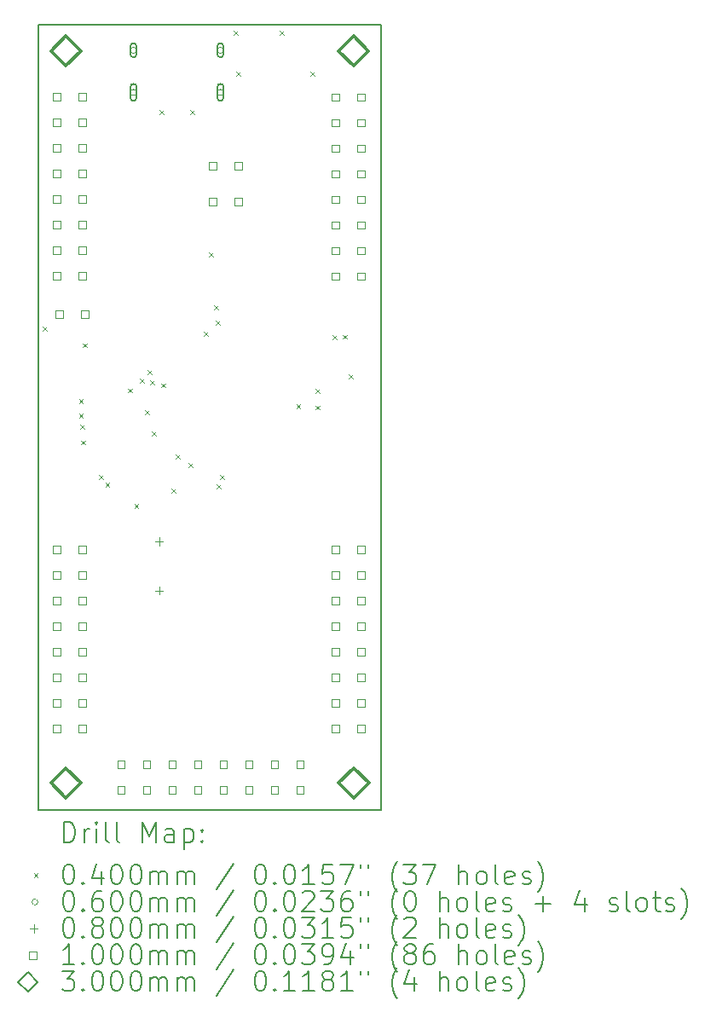
<source format=gbr>
%TF.GenerationSoftware,KiCad,Pcbnew,6.0.11+dfsg-1~bpo11+1*%
%TF.CreationDate,2023-05-10T08:44:11-04:00*%
%TF.ProjectId,proto-stm32f427,70726f74-6f2d-4737-946d-333266343237,rev?*%
%TF.SameCoordinates,Original*%
%TF.FileFunction,Drillmap*%
%TF.FilePolarity,Positive*%
%FSLAX45Y45*%
G04 Gerber Fmt 4.5, Leading zero omitted, Abs format (unit mm)*
G04 Created by KiCad (PCBNEW 6.0.11+dfsg-1~bpo11+1) date 2023-05-10 08:44:11*
%MOMM*%
%LPD*%
G01*
G04 APERTURE LIST*
%ADD10C,0.150000*%
%ADD11C,0.200000*%
%ADD12C,0.040000*%
%ADD13C,0.060000*%
%ADD14C,0.080000*%
%ADD15C,0.100000*%
%ADD16C,0.300000*%
G04 APERTURE END LIST*
D10*
X12470000Y-10790000D02*
X15870000Y-10790000D01*
X15870000Y-10790000D02*
X15870000Y-18590000D01*
X15870000Y-18590000D02*
X12470000Y-18590000D01*
X12470000Y-18590000D02*
X12470000Y-10790000D01*
D11*
D12*
X12510000Y-13790000D02*
X12550000Y-13830000D01*
X12550000Y-13790000D02*
X12510000Y-13830000D01*
X12870000Y-14510000D02*
X12910000Y-14550000D01*
X12910000Y-14510000D02*
X12870000Y-14550000D01*
X12870500Y-14648500D02*
X12910500Y-14688500D01*
X12910500Y-14648500D02*
X12870500Y-14688500D01*
X12883200Y-14762800D02*
X12923200Y-14802800D01*
X12923200Y-14762800D02*
X12883200Y-14802800D01*
X12892132Y-14917061D02*
X12932132Y-14957061D01*
X12932132Y-14917061D02*
X12892132Y-14957061D01*
X12910000Y-13953500D02*
X12950000Y-13993500D01*
X12950000Y-13953500D02*
X12910000Y-13993500D01*
X13066758Y-15259158D02*
X13106758Y-15299158D01*
X13106758Y-15259158D02*
X13066758Y-15299158D01*
X13132700Y-15334270D02*
X13172700Y-15374270D01*
X13172700Y-15334270D02*
X13132700Y-15374270D01*
X13358770Y-14401230D02*
X13398770Y-14441230D01*
X13398770Y-14401230D02*
X13358770Y-14441230D01*
X13420000Y-15550000D02*
X13460000Y-15590000D01*
X13460000Y-15550000D02*
X13420000Y-15590000D01*
X13477400Y-14303894D02*
X13517400Y-14343894D01*
X13517400Y-14303894D02*
X13477400Y-14343894D01*
X13527878Y-14616817D02*
X13567878Y-14656817D01*
X13567878Y-14616817D02*
X13527878Y-14656817D01*
X13549850Y-14222150D02*
X13589850Y-14262150D01*
X13589850Y-14222150D02*
X13549850Y-14262150D01*
X13576871Y-14318378D02*
X13616871Y-14358378D01*
X13616871Y-14318378D02*
X13576871Y-14358378D01*
X13593666Y-14827924D02*
X13633666Y-14867924D01*
X13633666Y-14827924D02*
X13593666Y-14867924D01*
X13670600Y-11638600D02*
X13710600Y-11678600D01*
X13710600Y-11638600D02*
X13670600Y-11678600D01*
X13690000Y-14350000D02*
X13730000Y-14390000D01*
X13730000Y-14350000D02*
X13690000Y-14390000D01*
X13787343Y-15396838D02*
X13827343Y-15436838D01*
X13827343Y-15396838D02*
X13787343Y-15436838D01*
X13830000Y-15060000D02*
X13870000Y-15100000D01*
X13870000Y-15060000D02*
X13830000Y-15100000D01*
X13960000Y-15140000D02*
X14000000Y-15180000D01*
X14000000Y-15140000D02*
X13960000Y-15180000D01*
X13975400Y-11638600D02*
X14015400Y-11678600D01*
X14015400Y-11638600D02*
X13975400Y-11678600D01*
X14111230Y-13841230D02*
X14151230Y-13881230D01*
X14151230Y-13841230D02*
X14111230Y-13881230D01*
X14160000Y-13050000D02*
X14200000Y-13090000D01*
X14200000Y-13050000D02*
X14160000Y-13090000D01*
X14210000Y-13577450D02*
X14250000Y-13617450D01*
X14250000Y-13577450D02*
X14210000Y-13617450D01*
X14230000Y-13730000D02*
X14270000Y-13770000D01*
X14270000Y-13730000D02*
X14230000Y-13770000D01*
X14235841Y-15353953D02*
X14275841Y-15393953D01*
X14275841Y-15353953D02*
X14235841Y-15393953D01*
X14273510Y-15261373D02*
X14313510Y-15301373D01*
X14313510Y-15261373D02*
X14273510Y-15301373D01*
X14407200Y-10851200D02*
X14447200Y-10891200D01*
X14447200Y-10851200D02*
X14407200Y-10891200D01*
X14432600Y-11257600D02*
X14472600Y-11297600D01*
X14472600Y-11257600D02*
X14432600Y-11297600D01*
X14864400Y-10851200D02*
X14904400Y-10891200D01*
X14904400Y-10851200D02*
X14864400Y-10891200D01*
X15030000Y-14560000D02*
X15070000Y-14600000D01*
X15070000Y-14560000D02*
X15030000Y-14600000D01*
X15169200Y-11257600D02*
X15209200Y-11297600D01*
X15209200Y-11257600D02*
X15169200Y-11297600D01*
X15218950Y-14407386D02*
X15258950Y-14447386D01*
X15258950Y-14407386D02*
X15218950Y-14447386D01*
X15220000Y-14570000D02*
X15260000Y-14610000D01*
X15260000Y-14570000D02*
X15220000Y-14610000D01*
X15390300Y-13870432D02*
X15430300Y-13910432D01*
X15430300Y-13870432D02*
X15390300Y-13910432D01*
X15490450Y-13868122D02*
X15530450Y-13908122D01*
X15530450Y-13868122D02*
X15490450Y-13908122D01*
X15550000Y-14260000D02*
X15590000Y-14300000D01*
X15590000Y-14260000D02*
X15550000Y-14300000D01*
D13*
X13441000Y-11043100D02*
G75*
G03*
X13441000Y-11043100I-30000J0D01*
G01*
D11*
X13441000Y-11083100D02*
X13441000Y-11003100D01*
X13381000Y-11083100D02*
X13381000Y-11003100D01*
X13441000Y-11003100D02*
G75*
G03*
X13381000Y-11003100I-30000J0D01*
G01*
X13381000Y-11083100D02*
G75*
G03*
X13441000Y-11083100I30000J0D01*
G01*
D13*
X13441000Y-11461100D02*
G75*
G03*
X13441000Y-11461100I-30000J0D01*
G01*
D11*
X13441000Y-11516100D02*
X13441000Y-11406100D01*
X13381000Y-11516100D02*
X13381000Y-11406100D01*
X13441000Y-11406100D02*
G75*
G03*
X13381000Y-11406100I-30000J0D01*
G01*
X13381000Y-11516100D02*
G75*
G03*
X13441000Y-11516100I30000J0D01*
G01*
D13*
X14305000Y-11043100D02*
G75*
G03*
X14305000Y-11043100I-30000J0D01*
G01*
D11*
X14305000Y-11083100D02*
X14305000Y-11003100D01*
X14245000Y-11083100D02*
X14245000Y-11003100D01*
X14305000Y-11003100D02*
G75*
G03*
X14245000Y-11003100I-30000J0D01*
G01*
X14245000Y-11083100D02*
G75*
G03*
X14305000Y-11083100I30000J0D01*
G01*
D13*
X14305000Y-11461100D02*
G75*
G03*
X14305000Y-11461100I-30000J0D01*
G01*
D11*
X14305000Y-11516100D02*
X14305000Y-11406100D01*
X14245000Y-11516100D02*
X14245000Y-11406100D01*
X14305000Y-11406100D02*
G75*
G03*
X14245000Y-11406100I-30000J0D01*
G01*
X14245000Y-11516100D02*
G75*
G03*
X14305000Y-11516100I30000J0D01*
G01*
D14*
X13665200Y-15880400D02*
X13665200Y-15960400D01*
X13625200Y-15920400D02*
X13705200Y-15920400D01*
X13665200Y-16368400D02*
X13665200Y-16448400D01*
X13625200Y-16408400D02*
X13705200Y-16408400D01*
D15*
X12684056Y-11541556D02*
X12684056Y-11470844D01*
X12613344Y-11470844D01*
X12613344Y-11541556D01*
X12684056Y-11541556D01*
X12684056Y-11795556D02*
X12684056Y-11724844D01*
X12613344Y-11724844D01*
X12613344Y-11795556D01*
X12684056Y-11795556D01*
X12684056Y-12049556D02*
X12684056Y-11978844D01*
X12613344Y-11978844D01*
X12613344Y-12049556D01*
X12684056Y-12049556D01*
X12684056Y-12303556D02*
X12684056Y-12232844D01*
X12613344Y-12232844D01*
X12613344Y-12303556D01*
X12684056Y-12303556D01*
X12684056Y-12557556D02*
X12684056Y-12486844D01*
X12613344Y-12486844D01*
X12613344Y-12557556D01*
X12684056Y-12557556D01*
X12684056Y-12811556D02*
X12684056Y-12740844D01*
X12613344Y-12740844D01*
X12613344Y-12811556D01*
X12684056Y-12811556D01*
X12684056Y-13065556D02*
X12684056Y-12994844D01*
X12613344Y-12994844D01*
X12613344Y-13065556D01*
X12684056Y-13065556D01*
X12684056Y-13319556D02*
X12684056Y-13248844D01*
X12613344Y-13248844D01*
X12613344Y-13319556D01*
X12684056Y-13319556D01*
X12684556Y-16037356D02*
X12684556Y-15966644D01*
X12613844Y-15966644D01*
X12613844Y-16037356D01*
X12684556Y-16037356D01*
X12684556Y-16291356D02*
X12684556Y-16220644D01*
X12613844Y-16220644D01*
X12613844Y-16291356D01*
X12684556Y-16291356D01*
X12684556Y-16545356D02*
X12684556Y-16474644D01*
X12613844Y-16474644D01*
X12613844Y-16545356D01*
X12684556Y-16545356D01*
X12684556Y-16799356D02*
X12684556Y-16728644D01*
X12613844Y-16728644D01*
X12613844Y-16799356D01*
X12684556Y-16799356D01*
X12684556Y-17053356D02*
X12684556Y-16982644D01*
X12613844Y-16982644D01*
X12613844Y-17053356D01*
X12684556Y-17053356D01*
X12684556Y-17307356D02*
X12684556Y-17236644D01*
X12613844Y-17236644D01*
X12613844Y-17307356D01*
X12684556Y-17307356D01*
X12684556Y-17561356D02*
X12684556Y-17490644D01*
X12613844Y-17490644D01*
X12613844Y-17561356D01*
X12684556Y-17561356D01*
X12684556Y-17815356D02*
X12684556Y-17744644D01*
X12613844Y-17744644D01*
X12613844Y-17815356D01*
X12684556Y-17815356D01*
X12709956Y-13700556D02*
X12709956Y-13629844D01*
X12639244Y-13629844D01*
X12639244Y-13700556D01*
X12709956Y-13700556D01*
X12938056Y-11541556D02*
X12938056Y-11470844D01*
X12867344Y-11470844D01*
X12867344Y-11541556D01*
X12938056Y-11541556D01*
X12938056Y-11795556D02*
X12938056Y-11724844D01*
X12867344Y-11724844D01*
X12867344Y-11795556D01*
X12938056Y-11795556D01*
X12938056Y-12049556D02*
X12938056Y-11978844D01*
X12867344Y-11978844D01*
X12867344Y-12049556D01*
X12938056Y-12049556D01*
X12938056Y-12303556D02*
X12938056Y-12232844D01*
X12867344Y-12232844D01*
X12867344Y-12303556D01*
X12938056Y-12303556D01*
X12938056Y-12557556D02*
X12938056Y-12486844D01*
X12867344Y-12486844D01*
X12867344Y-12557556D01*
X12938056Y-12557556D01*
X12938056Y-12811556D02*
X12938056Y-12740844D01*
X12867344Y-12740844D01*
X12867344Y-12811556D01*
X12938056Y-12811556D01*
X12938056Y-13065556D02*
X12938056Y-12994844D01*
X12867344Y-12994844D01*
X12867344Y-13065556D01*
X12938056Y-13065556D01*
X12938056Y-13319556D02*
X12938056Y-13248844D01*
X12867344Y-13248844D01*
X12867344Y-13319556D01*
X12938056Y-13319556D01*
X12938556Y-16037356D02*
X12938556Y-15966644D01*
X12867844Y-15966644D01*
X12867844Y-16037356D01*
X12938556Y-16037356D01*
X12938556Y-16291356D02*
X12938556Y-16220644D01*
X12867844Y-16220644D01*
X12867844Y-16291356D01*
X12938556Y-16291356D01*
X12938556Y-16545356D02*
X12938556Y-16474644D01*
X12867844Y-16474644D01*
X12867844Y-16545356D01*
X12938556Y-16545356D01*
X12938556Y-16799356D02*
X12938556Y-16728644D01*
X12867844Y-16728644D01*
X12867844Y-16799356D01*
X12938556Y-16799356D01*
X12938556Y-17053356D02*
X12938556Y-16982644D01*
X12867844Y-16982644D01*
X12867844Y-17053356D01*
X12938556Y-17053356D01*
X12938556Y-17307356D02*
X12938556Y-17236644D01*
X12867844Y-17236644D01*
X12867844Y-17307356D01*
X12938556Y-17307356D01*
X12938556Y-17561356D02*
X12938556Y-17490644D01*
X12867844Y-17490644D01*
X12867844Y-17561356D01*
X12938556Y-17561356D01*
X12938556Y-17815356D02*
X12938556Y-17744644D01*
X12867844Y-17744644D01*
X12867844Y-17815356D01*
X12938556Y-17815356D01*
X12963956Y-13700556D02*
X12963956Y-13629844D01*
X12893244Y-13629844D01*
X12893244Y-13700556D01*
X12963956Y-13700556D01*
X13321056Y-18170956D02*
X13321056Y-18100244D01*
X13250344Y-18100244D01*
X13250344Y-18170956D01*
X13321056Y-18170956D01*
X13321056Y-18424956D02*
X13321056Y-18354244D01*
X13250344Y-18354244D01*
X13250344Y-18424956D01*
X13321056Y-18424956D01*
X13575056Y-18170956D02*
X13575056Y-18100244D01*
X13504344Y-18100244D01*
X13504344Y-18170956D01*
X13575056Y-18170956D01*
X13575056Y-18424956D02*
X13575056Y-18354244D01*
X13504344Y-18354244D01*
X13504344Y-18424956D01*
X13575056Y-18424956D01*
X13829056Y-18170956D02*
X13829056Y-18100244D01*
X13758344Y-18100244D01*
X13758344Y-18170956D01*
X13829056Y-18170956D01*
X13829056Y-18424956D02*
X13829056Y-18354244D01*
X13758344Y-18354244D01*
X13758344Y-18424956D01*
X13829056Y-18424956D01*
X14083056Y-18170956D02*
X14083056Y-18100244D01*
X14012344Y-18100244D01*
X14012344Y-18170956D01*
X14083056Y-18170956D01*
X14083056Y-18424956D02*
X14083056Y-18354244D01*
X14012344Y-18354244D01*
X14012344Y-18424956D01*
X14083056Y-18424956D01*
X14233456Y-12227356D02*
X14233456Y-12156644D01*
X14162744Y-12156644D01*
X14162744Y-12227356D01*
X14233456Y-12227356D01*
X14233956Y-12582956D02*
X14233956Y-12512244D01*
X14163244Y-12512244D01*
X14163244Y-12582956D01*
X14233956Y-12582956D01*
X14337056Y-18170956D02*
X14337056Y-18100244D01*
X14266344Y-18100244D01*
X14266344Y-18170956D01*
X14337056Y-18170956D01*
X14337056Y-18424956D02*
X14337056Y-18354244D01*
X14266344Y-18354244D01*
X14266344Y-18424956D01*
X14337056Y-18424956D01*
X14487456Y-12227356D02*
X14487456Y-12156644D01*
X14416744Y-12156644D01*
X14416744Y-12227356D01*
X14487456Y-12227356D01*
X14487956Y-12582956D02*
X14487956Y-12512244D01*
X14417244Y-12512244D01*
X14417244Y-12582956D01*
X14487956Y-12582956D01*
X14591056Y-18170956D02*
X14591056Y-18100244D01*
X14520344Y-18100244D01*
X14520344Y-18170956D01*
X14591056Y-18170956D01*
X14591056Y-18424956D02*
X14591056Y-18354244D01*
X14520344Y-18354244D01*
X14520344Y-18424956D01*
X14591056Y-18424956D01*
X14845056Y-18170956D02*
X14845056Y-18100244D01*
X14774344Y-18100244D01*
X14774344Y-18170956D01*
X14845056Y-18170956D01*
X14845056Y-18424956D02*
X14845056Y-18354244D01*
X14774344Y-18354244D01*
X14774344Y-18424956D01*
X14845056Y-18424956D01*
X15099056Y-18170956D02*
X15099056Y-18100244D01*
X15028344Y-18100244D01*
X15028344Y-18170956D01*
X15099056Y-18170956D01*
X15099056Y-18424956D02*
X15099056Y-18354244D01*
X15028344Y-18354244D01*
X15028344Y-18424956D01*
X15099056Y-18424956D01*
X15453156Y-11543056D02*
X15453156Y-11472344D01*
X15382444Y-11472344D01*
X15382444Y-11543056D01*
X15453156Y-11543056D01*
X15453156Y-11797056D02*
X15453156Y-11726344D01*
X15382444Y-11726344D01*
X15382444Y-11797056D01*
X15453156Y-11797056D01*
X15453156Y-12051056D02*
X15453156Y-11980344D01*
X15382444Y-11980344D01*
X15382444Y-12051056D01*
X15453156Y-12051056D01*
X15453156Y-12305056D02*
X15453156Y-12234344D01*
X15382444Y-12234344D01*
X15382444Y-12305056D01*
X15453156Y-12305056D01*
X15453156Y-12559056D02*
X15453156Y-12488344D01*
X15382444Y-12488344D01*
X15382444Y-12559056D01*
X15453156Y-12559056D01*
X15453156Y-12813056D02*
X15453156Y-12742344D01*
X15382444Y-12742344D01*
X15382444Y-12813056D01*
X15453156Y-12813056D01*
X15453156Y-13067056D02*
X15453156Y-12996344D01*
X15382444Y-12996344D01*
X15382444Y-13067056D01*
X15453156Y-13067056D01*
X15453156Y-13321056D02*
X15453156Y-13250344D01*
X15382444Y-13250344D01*
X15382444Y-13321056D01*
X15453156Y-13321056D01*
X15453156Y-16037356D02*
X15453156Y-15966644D01*
X15382444Y-15966644D01*
X15382444Y-16037356D01*
X15453156Y-16037356D01*
X15453156Y-16291356D02*
X15453156Y-16220644D01*
X15382444Y-16220644D01*
X15382444Y-16291356D01*
X15453156Y-16291356D01*
X15453156Y-16545356D02*
X15453156Y-16474644D01*
X15382444Y-16474644D01*
X15382444Y-16545356D01*
X15453156Y-16545356D01*
X15453156Y-16799356D02*
X15453156Y-16728644D01*
X15382444Y-16728644D01*
X15382444Y-16799356D01*
X15453156Y-16799356D01*
X15453156Y-17053356D02*
X15453156Y-16982644D01*
X15382444Y-16982644D01*
X15382444Y-17053356D01*
X15453156Y-17053356D01*
X15453156Y-17307356D02*
X15453156Y-17236644D01*
X15382444Y-17236644D01*
X15382444Y-17307356D01*
X15453156Y-17307356D01*
X15453156Y-17561356D02*
X15453156Y-17490644D01*
X15382444Y-17490644D01*
X15382444Y-17561356D01*
X15453156Y-17561356D01*
X15453156Y-17815356D02*
X15453156Y-17744644D01*
X15382444Y-17744644D01*
X15382444Y-17815356D01*
X15453156Y-17815356D01*
X15707156Y-11543056D02*
X15707156Y-11472344D01*
X15636444Y-11472344D01*
X15636444Y-11543056D01*
X15707156Y-11543056D01*
X15707156Y-11797056D02*
X15707156Y-11726344D01*
X15636444Y-11726344D01*
X15636444Y-11797056D01*
X15707156Y-11797056D01*
X15707156Y-12051056D02*
X15707156Y-11980344D01*
X15636444Y-11980344D01*
X15636444Y-12051056D01*
X15707156Y-12051056D01*
X15707156Y-12305056D02*
X15707156Y-12234344D01*
X15636444Y-12234344D01*
X15636444Y-12305056D01*
X15707156Y-12305056D01*
X15707156Y-12559056D02*
X15707156Y-12488344D01*
X15636444Y-12488344D01*
X15636444Y-12559056D01*
X15707156Y-12559056D01*
X15707156Y-12813056D02*
X15707156Y-12742344D01*
X15636444Y-12742344D01*
X15636444Y-12813056D01*
X15707156Y-12813056D01*
X15707156Y-13067056D02*
X15707156Y-12996344D01*
X15636444Y-12996344D01*
X15636444Y-13067056D01*
X15707156Y-13067056D01*
X15707156Y-13321056D02*
X15707156Y-13250344D01*
X15636444Y-13250344D01*
X15636444Y-13321056D01*
X15707156Y-13321056D01*
X15707156Y-16037356D02*
X15707156Y-15966644D01*
X15636444Y-15966644D01*
X15636444Y-16037356D01*
X15707156Y-16037356D01*
X15707156Y-16291356D02*
X15707156Y-16220644D01*
X15636444Y-16220644D01*
X15636444Y-16291356D01*
X15707156Y-16291356D01*
X15707156Y-16545356D02*
X15707156Y-16474644D01*
X15636444Y-16474644D01*
X15636444Y-16545356D01*
X15707156Y-16545356D01*
X15707156Y-16799356D02*
X15707156Y-16728644D01*
X15636444Y-16728644D01*
X15636444Y-16799356D01*
X15707156Y-16799356D01*
X15707156Y-17053356D02*
X15707156Y-16982644D01*
X15636444Y-16982644D01*
X15636444Y-17053356D01*
X15707156Y-17053356D01*
X15707156Y-17307356D02*
X15707156Y-17236644D01*
X15636444Y-17236644D01*
X15636444Y-17307356D01*
X15707156Y-17307356D01*
X15707156Y-17561356D02*
X15707156Y-17490644D01*
X15636444Y-17490644D01*
X15636444Y-17561356D01*
X15707156Y-17561356D01*
X15707156Y-17815356D02*
X15707156Y-17744644D01*
X15636444Y-17744644D01*
X15636444Y-17815356D01*
X15707156Y-17815356D01*
D16*
X12740000Y-11199000D02*
X12890000Y-11049000D01*
X12740000Y-10899000D01*
X12590000Y-11049000D01*
X12740000Y-11199000D01*
X12740000Y-18470000D02*
X12890000Y-18320000D01*
X12740000Y-18170000D01*
X12590000Y-18320000D01*
X12740000Y-18470000D01*
X15595600Y-11199000D02*
X15745600Y-11049000D01*
X15595600Y-10899000D01*
X15445600Y-11049000D01*
X15595600Y-11199000D01*
X15600000Y-18470000D02*
X15750000Y-18320000D01*
X15600000Y-18170000D01*
X15450000Y-18320000D01*
X15600000Y-18470000D01*
D11*
X12720119Y-18907976D02*
X12720119Y-18707976D01*
X12767738Y-18707976D01*
X12796309Y-18717500D01*
X12815357Y-18736548D01*
X12824881Y-18755595D01*
X12834405Y-18793690D01*
X12834405Y-18822262D01*
X12824881Y-18860357D01*
X12815357Y-18879405D01*
X12796309Y-18898452D01*
X12767738Y-18907976D01*
X12720119Y-18907976D01*
X12920119Y-18907976D02*
X12920119Y-18774643D01*
X12920119Y-18812738D02*
X12929643Y-18793690D01*
X12939167Y-18784167D01*
X12958214Y-18774643D01*
X12977262Y-18774643D01*
X13043928Y-18907976D02*
X13043928Y-18774643D01*
X13043928Y-18707976D02*
X13034405Y-18717500D01*
X13043928Y-18727024D01*
X13053452Y-18717500D01*
X13043928Y-18707976D01*
X13043928Y-18727024D01*
X13167738Y-18907976D02*
X13148690Y-18898452D01*
X13139167Y-18879405D01*
X13139167Y-18707976D01*
X13272500Y-18907976D02*
X13253452Y-18898452D01*
X13243928Y-18879405D01*
X13243928Y-18707976D01*
X13501071Y-18907976D02*
X13501071Y-18707976D01*
X13567738Y-18850833D01*
X13634405Y-18707976D01*
X13634405Y-18907976D01*
X13815357Y-18907976D02*
X13815357Y-18803214D01*
X13805833Y-18784167D01*
X13786786Y-18774643D01*
X13748690Y-18774643D01*
X13729643Y-18784167D01*
X13815357Y-18898452D02*
X13796309Y-18907976D01*
X13748690Y-18907976D01*
X13729643Y-18898452D01*
X13720119Y-18879405D01*
X13720119Y-18860357D01*
X13729643Y-18841310D01*
X13748690Y-18831786D01*
X13796309Y-18831786D01*
X13815357Y-18822262D01*
X13910595Y-18774643D02*
X13910595Y-18974643D01*
X13910595Y-18784167D02*
X13929643Y-18774643D01*
X13967738Y-18774643D01*
X13986786Y-18784167D01*
X13996309Y-18793690D01*
X14005833Y-18812738D01*
X14005833Y-18869881D01*
X13996309Y-18888929D01*
X13986786Y-18898452D01*
X13967738Y-18907976D01*
X13929643Y-18907976D01*
X13910595Y-18898452D01*
X14091548Y-18888929D02*
X14101071Y-18898452D01*
X14091548Y-18907976D01*
X14082024Y-18898452D01*
X14091548Y-18888929D01*
X14091548Y-18907976D01*
X14091548Y-18784167D02*
X14101071Y-18793690D01*
X14091548Y-18803214D01*
X14082024Y-18793690D01*
X14091548Y-18784167D01*
X14091548Y-18803214D01*
D12*
X12422500Y-19217500D02*
X12462500Y-19257500D01*
X12462500Y-19217500D02*
X12422500Y-19257500D01*
D11*
X12758214Y-19127976D02*
X12777262Y-19127976D01*
X12796309Y-19137500D01*
X12805833Y-19147024D01*
X12815357Y-19166071D01*
X12824881Y-19204167D01*
X12824881Y-19251786D01*
X12815357Y-19289881D01*
X12805833Y-19308929D01*
X12796309Y-19318452D01*
X12777262Y-19327976D01*
X12758214Y-19327976D01*
X12739167Y-19318452D01*
X12729643Y-19308929D01*
X12720119Y-19289881D01*
X12710595Y-19251786D01*
X12710595Y-19204167D01*
X12720119Y-19166071D01*
X12729643Y-19147024D01*
X12739167Y-19137500D01*
X12758214Y-19127976D01*
X12910595Y-19308929D02*
X12920119Y-19318452D01*
X12910595Y-19327976D01*
X12901071Y-19318452D01*
X12910595Y-19308929D01*
X12910595Y-19327976D01*
X13091548Y-19194643D02*
X13091548Y-19327976D01*
X13043928Y-19118452D02*
X12996309Y-19261310D01*
X13120119Y-19261310D01*
X13234405Y-19127976D02*
X13253452Y-19127976D01*
X13272500Y-19137500D01*
X13282024Y-19147024D01*
X13291548Y-19166071D01*
X13301071Y-19204167D01*
X13301071Y-19251786D01*
X13291548Y-19289881D01*
X13282024Y-19308929D01*
X13272500Y-19318452D01*
X13253452Y-19327976D01*
X13234405Y-19327976D01*
X13215357Y-19318452D01*
X13205833Y-19308929D01*
X13196309Y-19289881D01*
X13186786Y-19251786D01*
X13186786Y-19204167D01*
X13196309Y-19166071D01*
X13205833Y-19147024D01*
X13215357Y-19137500D01*
X13234405Y-19127976D01*
X13424881Y-19127976D02*
X13443928Y-19127976D01*
X13462976Y-19137500D01*
X13472500Y-19147024D01*
X13482024Y-19166071D01*
X13491548Y-19204167D01*
X13491548Y-19251786D01*
X13482024Y-19289881D01*
X13472500Y-19308929D01*
X13462976Y-19318452D01*
X13443928Y-19327976D01*
X13424881Y-19327976D01*
X13405833Y-19318452D01*
X13396309Y-19308929D01*
X13386786Y-19289881D01*
X13377262Y-19251786D01*
X13377262Y-19204167D01*
X13386786Y-19166071D01*
X13396309Y-19147024D01*
X13405833Y-19137500D01*
X13424881Y-19127976D01*
X13577262Y-19327976D02*
X13577262Y-19194643D01*
X13577262Y-19213690D02*
X13586786Y-19204167D01*
X13605833Y-19194643D01*
X13634405Y-19194643D01*
X13653452Y-19204167D01*
X13662976Y-19223214D01*
X13662976Y-19327976D01*
X13662976Y-19223214D02*
X13672500Y-19204167D01*
X13691548Y-19194643D01*
X13720119Y-19194643D01*
X13739167Y-19204167D01*
X13748690Y-19223214D01*
X13748690Y-19327976D01*
X13843928Y-19327976D02*
X13843928Y-19194643D01*
X13843928Y-19213690D02*
X13853452Y-19204167D01*
X13872500Y-19194643D01*
X13901071Y-19194643D01*
X13920119Y-19204167D01*
X13929643Y-19223214D01*
X13929643Y-19327976D01*
X13929643Y-19223214D02*
X13939167Y-19204167D01*
X13958214Y-19194643D01*
X13986786Y-19194643D01*
X14005833Y-19204167D01*
X14015357Y-19223214D01*
X14015357Y-19327976D01*
X14405833Y-19118452D02*
X14234405Y-19375595D01*
X14662976Y-19127976D02*
X14682024Y-19127976D01*
X14701071Y-19137500D01*
X14710595Y-19147024D01*
X14720119Y-19166071D01*
X14729643Y-19204167D01*
X14729643Y-19251786D01*
X14720119Y-19289881D01*
X14710595Y-19308929D01*
X14701071Y-19318452D01*
X14682024Y-19327976D01*
X14662976Y-19327976D01*
X14643928Y-19318452D01*
X14634405Y-19308929D01*
X14624881Y-19289881D01*
X14615357Y-19251786D01*
X14615357Y-19204167D01*
X14624881Y-19166071D01*
X14634405Y-19147024D01*
X14643928Y-19137500D01*
X14662976Y-19127976D01*
X14815357Y-19308929D02*
X14824881Y-19318452D01*
X14815357Y-19327976D01*
X14805833Y-19318452D01*
X14815357Y-19308929D01*
X14815357Y-19327976D01*
X14948690Y-19127976D02*
X14967738Y-19127976D01*
X14986786Y-19137500D01*
X14996309Y-19147024D01*
X15005833Y-19166071D01*
X15015357Y-19204167D01*
X15015357Y-19251786D01*
X15005833Y-19289881D01*
X14996309Y-19308929D01*
X14986786Y-19318452D01*
X14967738Y-19327976D01*
X14948690Y-19327976D01*
X14929643Y-19318452D01*
X14920119Y-19308929D01*
X14910595Y-19289881D01*
X14901071Y-19251786D01*
X14901071Y-19204167D01*
X14910595Y-19166071D01*
X14920119Y-19147024D01*
X14929643Y-19137500D01*
X14948690Y-19127976D01*
X15205833Y-19327976D02*
X15091548Y-19327976D01*
X15148690Y-19327976D02*
X15148690Y-19127976D01*
X15129643Y-19156548D01*
X15110595Y-19175595D01*
X15091548Y-19185119D01*
X15386786Y-19127976D02*
X15291548Y-19127976D01*
X15282024Y-19223214D01*
X15291548Y-19213690D01*
X15310595Y-19204167D01*
X15358214Y-19204167D01*
X15377262Y-19213690D01*
X15386786Y-19223214D01*
X15396309Y-19242262D01*
X15396309Y-19289881D01*
X15386786Y-19308929D01*
X15377262Y-19318452D01*
X15358214Y-19327976D01*
X15310595Y-19327976D01*
X15291548Y-19318452D01*
X15282024Y-19308929D01*
X15462976Y-19127976D02*
X15596309Y-19127976D01*
X15510595Y-19327976D01*
X15662976Y-19127976D02*
X15662976Y-19166071D01*
X15739167Y-19127976D02*
X15739167Y-19166071D01*
X16034405Y-19404167D02*
X16024881Y-19394643D01*
X16005833Y-19366071D01*
X15996309Y-19347024D01*
X15986786Y-19318452D01*
X15977262Y-19270833D01*
X15977262Y-19232738D01*
X15986786Y-19185119D01*
X15996309Y-19156548D01*
X16005833Y-19137500D01*
X16024881Y-19108929D01*
X16034405Y-19099405D01*
X16091548Y-19127976D02*
X16215357Y-19127976D01*
X16148690Y-19204167D01*
X16177262Y-19204167D01*
X16196309Y-19213690D01*
X16205833Y-19223214D01*
X16215357Y-19242262D01*
X16215357Y-19289881D01*
X16205833Y-19308929D01*
X16196309Y-19318452D01*
X16177262Y-19327976D01*
X16120119Y-19327976D01*
X16101071Y-19318452D01*
X16091548Y-19308929D01*
X16282024Y-19127976D02*
X16415357Y-19127976D01*
X16329643Y-19327976D01*
X16643928Y-19327976D02*
X16643928Y-19127976D01*
X16729643Y-19327976D02*
X16729643Y-19223214D01*
X16720119Y-19204167D01*
X16701071Y-19194643D01*
X16672500Y-19194643D01*
X16653452Y-19204167D01*
X16643928Y-19213690D01*
X16853452Y-19327976D02*
X16834405Y-19318452D01*
X16824881Y-19308929D01*
X16815357Y-19289881D01*
X16815357Y-19232738D01*
X16824881Y-19213690D01*
X16834405Y-19204167D01*
X16853452Y-19194643D01*
X16882024Y-19194643D01*
X16901071Y-19204167D01*
X16910595Y-19213690D01*
X16920119Y-19232738D01*
X16920119Y-19289881D01*
X16910595Y-19308929D01*
X16901071Y-19318452D01*
X16882024Y-19327976D01*
X16853452Y-19327976D01*
X17034405Y-19327976D02*
X17015357Y-19318452D01*
X17005833Y-19299405D01*
X17005833Y-19127976D01*
X17186786Y-19318452D02*
X17167738Y-19327976D01*
X17129643Y-19327976D01*
X17110595Y-19318452D01*
X17101071Y-19299405D01*
X17101071Y-19223214D01*
X17110595Y-19204167D01*
X17129643Y-19194643D01*
X17167738Y-19194643D01*
X17186786Y-19204167D01*
X17196310Y-19223214D01*
X17196310Y-19242262D01*
X17101071Y-19261310D01*
X17272500Y-19318452D02*
X17291548Y-19327976D01*
X17329643Y-19327976D01*
X17348690Y-19318452D01*
X17358214Y-19299405D01*
X17358214Y-19289881D01*
X17348690Y-19270833D01*
X17329643Y-19261310D01*
X17301071Y-19261310D01*
X17282024Y-19251786D01*
X17272500Y-19232738D01*
X17272500Y-19223214D01*
X17282024Y-19204167D01*
X17301071Y-19194643D01*
X17329643Y-19194643D01*
X17348690Y-19204167D01*
X17424881Y-19404167D02*
X17434405Y-19394643D01*
X17453452Y-19366071D01*
X17462976Y-19347024D01*
X17472500Y-19318452D01*
X17482024Y-19270833D01*
X17482024Y-19232738D01*
X17472500Y-19185119D01*
X17462976Y-19156548D01*
X17453452Y-19137500D01*
X17434405Y-19108929D01*
X17424881Y-19099405D01*
D13*
X12462500Y-19501500D02*
G75*
G03*
X12462500Y-19501500I-30000J0D01*
G01*
D11*
X12758214Y-19391976D02*
X12777262Y-19391976D01*
X12796309Y-19401500D01*
X12805833Y-19411024D01*
X12815357Y-19430071D01*
X12824881Y-19468167D01*
X12824881Y-19515786D01*
X12815357Y-19553881D01*
X12805833Y-19572929D01*
X12796309Y-19582452D01*
X12777262Y-19591976D01*
X12758214Y-19591976D01*
X12739167Y-19582452D01*
X12729643Y-19572929D01*
X12720119Y-19553881D01*
X12710595Y-19515786D01*
X12710595Y-19468167D01*
X12720119Y-19430071D01*
X12729643Y-19411024D01*
X12739167Y-19401500D01*
X12758214Y-19391976D01*
X12910595Y-19572929D02*
X12920119Y-19582452D01*
X12910595Y-19591976D01*
X12901071Y-19582452D01*
X12910595Y-19572929D01*
X12910595Y-19591976D01*
X13091548Y-19391976D02*
X13053452Y-19391976D01*
X13034405Y-19401500D01*
X13024881Y-19411024D01*
X13005833Y-19439595D01*
X12996309Y-19477690D01*
X12996309Y-19553881D01*
X13005833Y-19572929D01*
X13015357Y-19582452D01*
X13034405Y-19591976D01*
X13072500Y-19591976D01*
X13091548Y-19582452D01*
X13101071Y-19572929D01*
X13110595Y-19553881D01*
X13110595Y-19506262D01*
X13101071Y-19487214D01*
X13091548Y-19477690D01*
X13072500Y-19468167D01*
X13034405Y-19468167D01*
X13015357Y-19477690D01*
X13005833Y-19487214D01*
X12996309Y-19506262D01*
X13234405Y-19391976D02*
X13253452Y-19391976D01*
X13272500Y-19401500D01*
X13282024Y-19411024D01*
X13291548Y-19430071D01*
X13301071Y-19468167D01*
X13301071Y-19515786D01*
X13291548Y-19553881D01*
X13282024Y-19572929D01*
X13272500Y-19582452D01*
X13253452Y-19591976D01*
X13234405Y-19591976D01*
X13215357Y-19582452D01*
X13205833Y-19572929D01*
X13196309Y-19553881D01*
X13186786Y-19515786D01*
X13186786Y-19468167D01*
X13196309Y-19430071D01*
X13205833Y-19411024D01*
X13215357Y-19401500D01*
X13234405Y-19391976D01*
X13424881Y-19391976D02*
X13443928Y-19391976D01*
X13462976Y-19401500D01*
X13472500Y-19411024D01*
X13482024Y-19430071D01*
X13491548Y-19468167D01*
X13491548Y-19515786D01*
X13482024Y-19553881D01*
X13472500Y-19572929D01*
X13462976Y-19582452D01*
X13443928Y-19591976D01*
X13424881Y-19591976D01*
X13405833Y-19582452D01*
X13396309Y-19572929D01*
X13386786Y-19553881D01*
X13377262Y-19515786D01*
X13377262Y-19468167D01*
X13386786Y-19430071D01*
X13396309Y-19411024D01*
X13405833Y-19401500D01*
X13424881Y-19391976D01*
X13577262Y-19591976D02*
X13577262Y-19458643D01*
X13577262Y-19477690D02*
X13586786Y-19468167D01*
X13605833Y-19458643D01*
X13634405Y-19458643D01*
X13653452Y-19468167D01*
X13662976Y-19487214D01*
X13662976Y-19591976D01*
X13662976Y-19487214D02*
X13672500Y-19468167D01*
X13691548Y-19458643D01*
X13720119Y-19458643D01*
X13739167Y-19468167D01*
X13748690Y-19487214D01*
X13748690Y-19591976D01*
X13843928Y-19591976D02*
X13843928Y-19458643D01*
X13843928Y-19477690D02*
X13853452Y-19468167D01*
X13872500Y-19458643D01*
X13901071Y-19458643D01*
X13920119Y-19468167D01*
X13929643Y-19487214D01*
X13929643Y-19591976D01*
X13929643Y-19487214D02*
X13939167Y-19468167D01*
X13958214Y-19458643D01*
X13986786Y-19458643D01*
X14005833Y-19468167D01*
X14015357Y-19487214D01*
X14015357Y-19591976D01*
X14405833Y-19382452D02*
X14234405Y-19639595D01*
X14662976Y-19391976D02*
X14682024Y-19391976D01*
X14701071Y-19401500D01*
X14710595Y-19411024D01*
X14720119Y-19430071D01*
X14729643Y-19468167D01*
X14729643Y-19515786D01*
X14720119Y-19553881D01*
X14710595Y-19572929D01*
X14701071Y-19582452D01*
X14682024Y-19591976D01*
X14662976Y-19591976D01*
X14643928Y-19582452D01*
X14634405Y-19572929D01*
X14624881Y-19553881D01*
X14615357Y-19515786D01*
X14615357Y-19468167D01*
X14624881Y-19430071D01*
X14634405Y-19411024D01*
X14643928Y-19401500D01*
X14662976Y-19391976D01*
X14815357Y-19572929D02*
X14824881Y-19582452D01*
X14815357Y-19591976D01*
X14805833Y-19582452D01*
X14815357Y-19572929D01*
X14815357Y-19591976D01*
X14948690Y-19391976D02*
X14967738Y-19391976D01*
X14986786Y-19401500D01*
X14996309Y-19411024D01*
X15005833Y-19430071D01*
X15015357Y-19468167D01*
X15015357Y-19515786D01*
X15005833Y-19553881D01*
X14996309Y-19572929D01*
X14986786Y-19582452D01*
X14967738Y-19591976D01*
X14948690Y-19591976D01*
X14929643Y-19582452D01*
X14920119Y-19572929D01*
X14910595Y-19553881D01*
X14901071Y-19515786D01*
X14901071Y-19468167D01*
X14910595Y-19430071D01*
X14920119Y-19411024D01*
X14929643Y-19401500D01*
X14948690Y-19391976D01*
X15091548Y-19411024D02*
X15101071Y-19401500D01*
X15120119Y-19391976D01*
X15167738Y-19391976D01*
X15186786Y-19401500D01*
X15196309Y-19411024D01*
X15205833Y-19430071D01*
X15205833Y-19449119D01*
X15196309Y-19477690D01*
X15082024Y-19591976D01*
X15205833Y-19591976D01*
X15272500Y-19391976D02*
X15396309Y-19391976D01*
X15329643Y-19468167D01*
X15358214Y-19468167D01*
X15377262Y-19477690D01*
X15386786Y-19487214D01*
X15396309Y-19506262D01*
X15396309Y-19553881D01*
X15386786Y-19572929D01*
X15377262Y-19582452D01*
X15358214Y-19591976D01*
X15301071Y-19591976D01*
X15282024Y-19582452D01*
X15272500Y-19572929D01*
X15567738Y-19391976D02*
X15529643Y-19391976D01*
X15510595Y-19401500D01*
X15501071Y-19411024D01*
X15482024Y-19439595D01*
X15472500Y-19477690D01*
X15472500Y-19553881D01*
X15482024Y-19572929D01*
X15491548Y-19582452D01*
X15510595Y-19591976D01*
X15548690Y-19591976D01*
X15567738Y-19582452D01*
X15577262Y-19572929D01*
X15586786Y-19553881D01*
X15586786Y-19506262D01*
X15577262Y-19487214D01*
X15567738Y-19477690D01*
X15548690Y-19468167D01*
X15510595Y-19468167D01*
X15491548Y-19477690D01*
X15482024Y-19487214D01*
X15472500Y-19506262D01*
X15662976Y-19391976D02*
X15662976Y-19430071D01*
X15739167Y-19391976D02*
X15739167Y-19430071D01*
X16034405Y-19668167D02*
X16024881Y-19658643D01*
X16005833Y-19630071D01*
X15996309Y-19611024D01*
X15986786Y-19582452D01*
X15977262Y-19534833D01*
X15977262Y-19496738D01*
X15986786Y-19449119D01*
X15996309Y-19420548D01*
X16005833Y-19401500D01*
X16024881Y-19372929D01*
X16034405Y-19363405D01*
X16148690Y-19391976D02*
X16167738Y-19391976D01*
X16186786Y-19401500D01*
X16196309Y-19411024D01*
X16205833Y-19430071D01*
X16215357Y-19468167D01*
X16215357Y-19515786D01*
X16205833Y-19553881D01*
X16196309Y-19572929D01*
X16186786Y-19582452D01*
X16167738Y-19591976D01*
X16148690Y-19591976D01*
X16129643Y-19582452D01*
X16120119Y-19572929D01*
X16110595Y-19553881D01*
X16101071Y-19515786D01*
X16101071Y-19468167D01*
X16110595Y-19430071D01*
X16120119Y-19411024D01*
X16129643Y-19401500D01*
X16148690Y-19391976D01*
X16453452Y-19591976D02*
X16453452Y-19391976D01*
X16539167Y-19591976D02*
X16539167Y-19487214D01*
X16529643Y-19468167D01*
X16510595Y-19458643D01*
X16482024Y-19458643D01*
X16462976Y-19468167D01*
X16453452Y-19477690D01*
X16662976Y-19591976D02*
X16643928Y-19582452D01*
X16634405Y-19572929D01*
X16624881Y-19553881D01*
X16624881Y-19496738D01*
X16634405Y-19477690D01*
X16643928Y-19468167D01*
X16662976Y-19458643D01*
X16691548Y-19458643D01*
X16710595Y-19468167D01*
X16720119Y-19477690D01*
X16729643Y-19496738D01*
X16729643Y-19553881D01*
X16720119Y-19572929D01*
X16710595Y-19582452D01*
X16691548Y-19591976D01*
X16662976Y-19591976D01*
X16843929Y-19591976D02*
X16824881Y-19582452D01*
X16815357Y-19563405D01*
X16815357Y-19391976D01*
X16996310Y-19582452D02*
X16977262Y-19591976D01*
X16939167Y-19591976D01*
X16920119Y-19582452D01*
X16910595Y-19563405D01*
X16910595Y-19487214D01*
X16920119Y-19468167D01*
X16939167Y-19458643D01*
X16977262Y-19458643D01*
X16996310Y-19468167D01*
X17005833Y-19487214D01*
X17005833Y-19506262D01*
X16910595Y-19525310D01*
X17082024Y-19582452D02*
X17101071Y-19591976D01*
X17139167Y-19591976D01*
X17158214Y-19582452D01*
X17167738Y-19563405D01*
X17167738Y-19553881D01*
X17158214Y-19534833D01*
X17139167Y-19525310D01*
X17110595Y-19525310D01*
X17091548Y-19515786D01*
X17082024Y-19496738D01*
X17082024Y-19487214D01*
X17091548Y-19468167D01*
X17110595Y-19458643D01*
X17139167Y-19458643D01*
X17158214Y-19468167D01*
X17405833Y-19515786D02*
X17558214Y-19515786D01*
X17482024Y-19591976D02*
X17482024Y-19439595D01*
X17891548Y-19458643D02*
X17891548Y-19591976D01*
X17843929Y-19382452D02*
X17796310Y-19525310D01*
X17920119Y-19525310D01*
X18139167Y-19582452D02*
X18158214Y-19591976D01*
X18196310Y-19591976D01*
X18215357Y-19582452D01*
X18224881Y-19563405D01*
X18224881Y-19553881D01*
X18215357Y-19534833D01*
X18196310Y-19525310D01*
X18167738Y-19525310D01*
X18148690Y-19515786D01*
X18139167Y-19496738D01*
X18139167Y-19487214D01*
X18148690Y-19468167D01*
X18167738Y-19458643D01*
X18196310Y-19458643D01*
X18215357Y-19468167D01*
X18339167Y-19591976D02*
X18320119Y-19582452D01*
X18310595Y-19563405D01*
X18310595Y-19391976D01*
X18443929Y-19591976D02*
X18424881Y-19582452D01*
X18415357Y-19572929D01*
X18405833Y-19553881D01*
X18405833Y-19496738D01*
X18415357Y-19477690D01*
X18424881Y-19468167D01*
X18443929Y-19458643D01*
X18472500Y-19458643D01*
X18491548Y-19468167D01*
X18501071Y-19477690D01*
X18510595Y-19496738D01*
X18510595Y-19553881D01*
X18501071Y-19572929D01*
X18491548Y-19582452D01*
X18472500Y-19591976D01*
X18443929Y-19591976D01*
X18567738Y-19458643D02*
X18643929Y-19458643D01*
X18596310Y-19391976D02*
X18596310Y-19563405D01*
X18605833Y-19582452D01*
X18624881Y-19591976D01*
X18643929Y-19591976D01*
X18701071Y-19582452D02*
X18720119Y-19591976D01*
X18758214Y-19591976D01*
X18777262Y-19582452D01*
X18786786Y-19563405D01*
X18786786Y-19553881D01*
X18777262Y-19534833D01*
X18758214Y-19525310D01*
X18729643Y-19525310D01*
X18710595Y-19515786D01*
X18701071Y-19496738D01*
X18701071Y-19487214D01*
X18710595Y-19468167D01*
X18729643Y-19458643D01*
X18758214Y-19458643D01*
X18777262Y-19468167D01*
X18853452Y-19668167D02*
X18862976Y-19658643D01*
X18882024Y-19630071D01*
X18891548Y-19611024D01*
X18901071Y-19582452D01*
X18910595Y-19534833D01*
X18910595Y-19496738D01*
X18901071Y-19449119D01*
X18891548Y-19420548D01*
X18882024Y-19401500D01*
X18862976Y-19372929D01*
X18853452Y-19363405D01*
D14*
X12422500Y-19725500D02*
X12422500Y-19805500D01*
X12382500Y-19765500D02*
X12462500Y-19765500D01*
D11*
X12758214Y-19655976D02*
X12777262Y-19655976D01*
X12796309Y-19665500D01*
X12805833Y-19675024D01*
X12815357Y-19694071D01*
X12824881Y-19732167D01*
X12824881Y-19779786D01*
X12815357Y-19817881D01*
X12805833Y-19836929D01*
X12796309Y-19846452D01*
X12777262Y-19855976D01*
X12758214Y-19855976D01*
X12739167Y-19846452D01*
X12729643Y-19836929D01*
X12720119Y-19817881D01*
X12710595Y-19779786D01*
X12710595Y-19732167D01*
X12720119Y-19694071D01*
X12729643Y-19675024D01*
X12739167Y-19665500D01*
X12758214Y-19655976D01*
X12910595Y-19836929D02*
X12920119Y-19846452D01*
X12910595Y-19855976D01*
X12901071Y-19846452D01*
X12910595Y-19836929D01*
X12910595Y-19855976D01*
X13034405Y-19741690D02*
X13015357Y-19732167D01*
X13005833Y-19722643D01*
X12996309Y-19703595D01*
X12996309Y-19694071D01*
X13005833Y-19675024D01*
X13015357Y-19665500D01*
X13034405Y-19655976D01*
X13072500Y-19655976D01*
X13091548Y-19665500D01*
X13101071Y-19675024D01*
X13110595Y-19694071D01*
X13110595Y-19703595D01*
X13101071Y-19722643D01*
X13091548Y-19732167D01*
X13072500Y-19741690D01*
X13034405Y-19741690D01*
X13015357Y-19751214D01*
X13005833Y-19760738D01*
X12996309Y-19779786D01*
X12996309Y-19817881D01*
X13005833Y-19836929D01*
X13015357Y-19846452D01*
X13034405Y-19855976D01*
X13072500Y-19855976D01*
X13091548Y-19846452D01*
X13101071Y-19836929D01*
X13110595Y-19817881D01*
X13110595Y-19779786D01*
X13101071Y-19760738D01*
X13091548Y-19751214D01*
X13072500Y-19741690D01*
X13234405Y-19655976D02*
X13253452Y-19655976D01*
X13272500Y-19665500D01*
X13282024Y-19675024D01*
X13291548Y-19694071D01*
X13301071Y-19732167D01*
X13301071Y-19779786D01*
X13291548Y-19817881D01*
X13282024Y-19836929D01*
X13272500Y-19846452D01*
X13253452Y-19855976D01*
X13234405Y-19855976D01*
X13215357Y-19846452D01*
X13205833Y-19836929D01*
X13196309Y-19817881D01*
X13186786Y-19779786D01*
X13186786Y-19732167D01*
X13196309Y-19694071D01*
X13205833Y-19675024D01*
X13215357Y-19665500D01*
X13234405Y-19655976D01*
X13424881Y-19655976D02*
X13443928Y-19655976D01*
X13462976Y-19665500D01*
X13472500Y-19675024D01*
X13482024Y-19694071D01*
X13491548Y-19732167D01*
X13491548Y-19779786D01*
X13482024Y-19817881D01*
X13472500Y-19836929D01*
X13462976Y-19846452D01*
X13443928Y-19855976D01*
X13424881Y-19855976D01*
X13405833Y-19846452D01*
X13396309Y-19836929D01*
X13386786Y-19817881D01*
X13377262Y-19779786D01*
X13377262Y-19732167D01*
X13386786Y-19694071D01*
X13396309Y-19675024D01*
X13405833Y-19665500D01*
X13424881Y-19655976D01*
X13577262Y-19855976D02*
X13577262Y-19722643D01*
X13577262Y-19741690D02*
X13586786Y-19732167D01*
X13605833Y-19722643D01*
X13634405Y-19722643D01*
X13653452Y-19732167D01*
X13662976Y-19751214D01*
X13662976Y-19855976D01*
X13662976Y-19751214D02*
X13672500Y-19732167D01*
X13691548Y-19722643D01*
X13720119Y-19722643D01*
X13739167Y-19732167D01*
X13748690Y-19751214D01*
X13748690Y-19855976D01*
X13843928Y-19855976D02*
X13843928Y-19722643D01*
X13843928Y-19741690D02*
X13853452Y-19732167D01*
X13872500Y-19722643D01*
X13901071Y-19722643D01*
X13920119Y-19732167D01*
X13929643Y-19751214D01*
X13929643Y-19855976D01*
X13929643Y-19751214D02*
X13939167Y-19732167D01*
X13958214Y-19722643D01*
X13986786Y-19722643D01*
X14005833Y-19732167D01*
X14015357Y-19751214D01*
X14015357Y-19855976D01*
X14405833Y-19646452D02*
X14234405Y-19903595D01*
X14662976Y-19655976D02*
X14682024Y-19655976D01*
X14701071Y-19665500D01*
X14710595Y-19675024D01*
X14720119Y-19694071D01*
X14729643Y-19732167D01*
X14729643Y-19779786D01*
X14720119Y-19817881D01*
X14710595Y-19836929D01*
X14701071Y-19846452D01*
X14682024Y-19855976D01*
X14662976Y-19855976D01*
X14643928Y-19846452D01*
X14634405Y-19836929D01*
X14624881Y-19817881D01*
X14615357Y-19779786D01*
X14615357Y-19732167D01*
X14624881Y-19694071D01*
X14634405Y-19675024D01*
X14643928Y-19665500D01*
X14662976Y-19655976D01*
X14815357Y-19836929D02*
X14824881Y-19846452D01*
X14815357Y-19855976D01*
X14805833Y-19846452D01*
X14815357Y-19836929D01*
X14815357Y-19855976D01*
X14948690Y-19655976D02*
X14967738Y-19655976D01*
X14986786Y-19665500D01*
X14996309Y-19675024D01*
X15005833Y-19694071D01*
X15015357Y-19732167D01*
X15015357Y-19779786D01*
X15005833Y-19817881D01*
X14996309Y-19836929D01*
X14986786Y-19846452D01*
X14967738Y-19855976D01*
X14948690Y-19855976D01*
X14929643Y-19846452D01*
X14920119Y-19836929D01*
X14910595Y-19817881D01*
X14901071Y-19779786D01*
X14901071Y-19732167D01*
X14910595Y-19694071D01*
X14920119Y-19675024D01*
X14929643Y-19665500D01*
X14948690Y-19655976D01*
X15082024Y-19655976D02*
X15205833Y-19655976D01*
X15139167Y-19732167D01*
X15167738Y-19732167D01*
X15186786Y-19741690D01*
X15196309Y-19751214D01*
X15205833Y-19770262D01*
X15205833Y-19817881D01*
X15196309Y-19836929D01*
X15186786Y-19846452D01*
X15167738Y-19855976D01*
X15110595Y-19855976D01*
X15091548Y-19846452D01*
X15082024Y-19836929D01*
X15396309Y-19855976D02*
X15282024Y-19855976D01*
X15339167Y-19855976D02*
X15339167Y-19655976D01*
X15320119Y-19684548D01*
X15301071Y-19703595D01*
X15282024Y-19713119D01*
X15577262Y-19655976D02*
X15482024Y-19655976D01*
X15472500Y-19751214D01*
X15482024Y-19741690D01*
X15501071Y-19732167D01*
X15548690Y-19732167D01*
X15567738Y-19741690D01*
X15577262Y-19751214D01*
X15586786Y-19770262D01*
X15586786Y-19817881D01*
X15577262Y-19836929D01*
X15567738Y-19846452D01*
X15548690Y-19855976D01*
X15501071Y-19855976D01*
X15482024Y-19846452D01*
X15472500Y-19836929D01*
X15662976Y-19655976D02*
X15662976Y-19694071D01*
X15739167Y-19655976D02*
X15739167Y-19694071D01*
X16034405Y-19932167D02*
X16024881Y-19922643D01*
X16005833Y-19894071D01*
X15996309Y-19875024D01*
X15986786Y-19846452D01*
X15977262Y-19798833D01*
X15977262Y-19760738D01*
X15986786Y-19713119D01*
X15996309Y-19684548D01*
X16005833Y-19665500D01*
X16024881Y-19636929D01*
X16034405Y-19627405D01*
X16101071Y-19675024D02*
X16110595Y-19665500D01*
X16129643Y-19655976D01*
X16177262Y-19655976D01*
X16196309Y-19665500D01*
X16205833Y-19675024D01*
X16215357Y-19694071D01*
X16215357Y-19713119D01*
X16205833Y-19741690D01*
X16091548Y-19855976D01*
X16215357Y-19855976D01*
X16453452Y-19855976D02*
X16453452Y-19655976D01*
X16539167Y-19855976D02*
X16539167Y-19751214D01*
X16529643Y-19732167D01*
X16510595Y-19722643D01*
X16482024Y-19722643D01*
X16462976Y-19732167D01*
X16453452Y-19741690D01*
X16662976Y-19855976D02*
X16643928Y-19846452D01*
X16634405Y-19836929D01*
X16624881Y-19817881D01*
X16624881Y-19760738D01*
X16634405Y-19741690D01*
X16643928Y-19732167D01*
X16662976Y-19722643D01*
X16691548Y-19722643D01*
X16710595Y-19732167D01*
X16720119Y-19741690D01*
X16729643Y-19760738D01*
X16729643Y-19817881D01*
X16720119Y-19836929D01*
X16710595Y-19846452D01*
X16691548Y-19855976D01*
X16662976Y-19855976D01*
X16843929Y-19855976D02*
X16824881Y-19846452D01*
X16815357Y-19827405D01*
X16815357Y-19655976D01*
X16996310Y-19846452D02*
X16977262Y-19855976D01*
X16939167Y-19855976D01*
X16920119Y-19846452D01*
X16910595Y-19827405D01*
X16910595Y-19751214D01*
X16920119Y-19732167D01*
X16939167Y-19722643D01*
X16977262Y-19722643D01*
X16996310Y-19732167D01*
X17005833Y-19751214D01*
X17005833Y-19770262D01*
X16910595Y-19789310D01*
X17082024Y-19846452D02*
X17101071Y-19855976D01*
X17139167Y-19855976D01*
X17158214Y-19846452D01*
X17167738Y-19827405D01*
X17167738Y-19817881D01*
X17158214Y-19798833D01*
X17139167Y-19789310D01*
X17110595Y-19789310D01*
X17091548Y-19779786D01*
X17082024Y-19760738D01*
X17082024Y-19751214D01*
X17091548Y-19732167D01*
X17110595Y-19722643D01*
X17139167Y-19722643D01*
X17158214Y-19732167D01*
X17234405Y-19932167D02*
X17243929Y-19922643D01*
X17262976Y-19894071D01*
X17272500Y-19875024D01*
X17282024Y-19846452D01*
X17291548Y-19798833D01*
X17291548Y-19760738D01*
X17282024Y-19713119D01*
X17272500Y-19684548D01*
X17262976Y-19665500D01*
X17243929Y-19636929D01*
X17234405Y-19627405D01*
D15*
X12447856Y-20064856D02*
X12447856Y-19994144D01*
X12377144Y-19994144D01*
X12377144Y-20064856D01*
X12447856Y-20064856D01*
D11*
X12824881Y-20119976D02*
X12710595Y-20119976D01*
X12767738Y-20119976D02*
X12767738Y-19919976D01*
X12748690Y-19948548D01*
X12729643Y-19967595D01*
X12710595Y-19977119D01*
X12910595Y-20100929D02*
X12920119Y-20110452D01*
X12910595Y-20119976D01*
X12901071Y-20110452D01*
X12910595Y-20100929D01*
X12910595Y-20119976D01*
X13043928Y-19919976D02*
X13062976Y-19919976D01*
X13082024Y-19929500D01*
X13091548Y-19939024D01*
X13101071Y-19958071D01*
X13110595Y-19996167D01*
X13110595Y-20043786D01*
X13101071Y-20081881D01*
X13091548Y-20100929D01*
X13082024Y-20110452D01*
X13062976Y-20119976D01*
X13043928Y-20119976D01*
X13024881Y-20110452D01*
X13015357Y-20100929D01*
X13005833Y-20081881D01*
X12996309Y-20043786D01*
X12996309Y-19996167D01*
X13005833Y-19958071D01*
X13015357Y-19939024D01*
X13024881Y-19929500D01*
X13043928Y-19919976D01*
X13234405Y-19919976D02*
X13253452Y-19919976D01*
X13272500Y-19929500D01*
X13282024Y-19939024D01*
X13291548Y-19958071D01*
X13301071Y-19996167D01*
X13301071Y-20043786D01*
X13291548Y-20081881D01*
X13282024Y-20100929D01*
X13272500Y-20110452D01*
X13253452Y-20119976D01*
X13234405Y-20119976D01*
X13215357Y-20110452D01*
X13205833Y-20100929D01*
X13196309Y-20081881D01*
X13186786Y-20043786D01*
X13186786Y-19996167D01*
X13196309Y-19958071D01*
X13205833Y-19939024D01*
X13215357Y-19929500D01*
X13234405Y-19919976D01*
X13424881Y-19919976D02*
X13443928Y-19919976D01*
X13462976Y-19929500D01*
X13472500Y-19939024D01*
X13482024Y-19958071D01*
X13491548Y-19996167D01*
X13491548Y-20043786D01*
X13482024Y-20081881D01*
X13472500Y-20100929D01*
X13462976Y-20110452D01*
X13443928Y-20119976D01*
X13424881Y-20119976D01*
X13405833Y-20110452D01*
X13396309Y-20100929D01*
X13386786Y-20081881D01*
X13377262Y-20043786D01*
X13377262Y-19996167D01*
X13386786Y-19958071D01*
X13396309Y-19939024D01*
X13405833Y-19929500D01*
X13424881Y-19919976D01*
X13577262Y-20119976D02*
X13577262Y-19986643D01*
X13577262Y-20005690D02*
X13586786Y-19996167D01*
X13605833Y-19986643D01*
X13634405Y-19986643D01*
X13653452Y-19996167D01*
X13662976Y-20015214D01*
X13662976Y-20119976D01*
X13662976Y-20015214D02*
X13672500Y-19996167D01*
X13691548Y-19986643D01*
X13720119Y-19986643D01*
X13739167Y-19996167D01*
X13748690Y-20015214D01*
X13748690Y-20119976D01*
X13843928Y-20119976D02*
X13843928Y-19986643D01*
X13843928Y-20005690D02*
X13853452Y-19996167D01*
X13872500Y-19986643D01*
X13901071Y-19986643D01*
X13920119Y-19996167D01*
X13929643Y-20015214D01*
X13929643Y-20119976D01*
X13929643Y-20015214D02*
X13939167Y-19996167D01*
X13958214Y-19986643D01*
X13986786Y-19986643D01*
X14005833Y-19996167D01*
X14015357Y-20015214D01*
X14015357Y-20119976D01*
X14405833Y-19910452D02*
X14234405Y-20167595D01*
X14662976Y-19919976D02*
X14682024Y-19919976D01*
X14701071Y-19929500D01*
X14710595Y-19939024D01*
X14720119Y-19958071D01*
X14729643Y-19996167D01*
X14729643Y-20043786D01*
X14720119Y-20081881D01*
X14710595Y-20100929D01*
X14701071Y-20110452D01*
X14682024Y-20119976D01*
X14662976Y-20119976D01*
X14643928Y-20110452D01*
X14634405Y-20100929D01*
X14624881Y-20081881D01*
X14615357Y-20043786D01*
X14615357Y-19996167D01*
X14624881Y-19958071D01*
X14634405Y-19939024D01*
X14643928Y-19929500D01*
X14662976Y-19919976D01*
X14815357Y-20100929D02*
X14824881Y-20110452D01*
X14815357Y-20119976D01*
X14805833Y-20110452D01*
X14815357Y-20100929D01*
X14815357Y-20119976D01*
X14948690Y-19919976D02*
X14967738Y-19919976D01*
X14986786Y-19929500D01*
X14996309Y-19939024D01*
X15005833Y-19958071D01*
X15015357Y-19996167D01*
X15015357Y-20043786D01*
X15005833Y-20081881D01*
X14996309Y-20100929D01*
X14986786Y-20110452D01*
X14967738Y-20119976D01*
X14948690Y-20119976D01*
X14929643Y-20110452D01*
X14920119Y-20100929D01*
X14910595Y-20081881D01*
X14901071Y-20043786D01*
X14901071Y-19996167D01*
X14910595Y-19958071D01*
X14920119Y-19939024D01*
X14929643Y-19929500D01*
X14948690Y-19919976D01*
X15082024Y-19919976D02*
X15205833Y-19919976D01*
X15139167Y-19996167D01*
X15167738Y-19996167D01*
X15186786Y-20005690D01*
X15196309Y-20015214D01*
X15205833Y-20034262D01*
X15205833Y-20081881D01*
X15196309Y-20100929D01*
X15186786Y-20110452D01*
X15167738Y-20119976D01*
X15110595Y-20119976D01*
X15091548Y-20110452D01*
X15082024Y-20100929D01*
X15301071Y-20119976D02*
X15339167Y-20119976D01*
X15358214Y-20110452D01*
X15367738Y-20100929D01*
X15386786Y-20072357D01*
X15396309Y-20034262D01*
X15396309Y-19958071D01*
X15386786Y-19939024D01*
X15377262Y-19929500D01*
X15358214Y-19919976D01*
X15320119Y-19919976D01*
X15301071Y-19929500D01*
X15291548Y-19939024D01*
X15282024Y-19958071D01*
X15282024Y-20005690D01*
X15291548Y-20024738D01*
X15301071Y-20034262D01*
X15320119Y-20043786D01*
X15358214Y-20043786D01*
X15377262Y-20034262D01*
X15386786Y-20024738D01*
X15396309Y-20005690D01*
X15567738Y-19986643D02*
X15567738Y-20119976D01*
X15520119Y-19910452D02*
X15472500Y-20053310D01*
X15596309Y-20053310D01*
X15662976Y-19919976D02*
X15662976Y-19958071D01*
X15739167Y-19919976D02*
X15739167Y-19958071D01*
X16034405Y-20196167D02*
X16024881Y-20186643D01*
X16005833Y-20158071D01*
X15996309Y-20139024D01*
X15986786Y-20110452D01*
X15977262Y-20062833D01*
X15977262Y-20024738D01*
X15986786Y-19977119D01*
X15996309Y-19948548D01*
X16005833Y-19929500D01*
X16024881Y-19900929D01*
X16034405Y-19891405D01*
X16139167Y-20005690D02*
X16120119Y-19996167D01*
X16110595Y-19986643D01*
X16101071Y-19967595D01*
X16101071Y-19958071D01*
X16110595Y-19939024D01*
X16120119Y-19929500D01*
X16139167Y-19919976D01*
X16177262Y-19919976D01*
X16196309Y-19929500D01*
X16205833Y-19939024D01*
X16215357Y-19958071D01*
X16215357Y-19967595D01*
X16205833Y-19986643D01*
X16196309Y-19996167D01*
X16177262Y-20005690D01*
X16139167Y-20005690D01*
X16120119Y-20015214D01*
X16110595Y-20024738D01*
X16101071Y-20043786D01*
X16101071Y-20081881D01*
X16110595Y-20100929D01*
X16120119Y-20110452D01*
X16139167Y-20119976D01*
X16177262Y-20119976D01*
X16196309Y-20110452D01*
X16205833Y-20100929D01*
X16215357Y-20081881D01*
X16215357Y-20043786D01*
X16205833Y-20024738D01*
X16196309Y-20015214D01*
X16177262Y-20005690D01*
X16386786Y-19919976D02*
X16348690Y-19919976D01*
X16329643Y-19929500D01*
X16320119Y-19939024D01*
X16301071Y-19967595D01*
X16291548Y-20005690D01*
X16291548Y-20081881D01*
X16301071Y-20100929D01*
X16310595Y-20110452D01*
X16329643Y-20119976D01*
X16367738Y-20119976D01*
X16386786Y-20110452D01*
X16396309Y-20100929D01*
X16405833Y-20081881D01*
X16405833Y-20034262D01*
X16396309Y-20015214D01*
X16386786Y-20005690D01*
X16367738Y-19996167D01*
X16329643Y-19996167D01*
X16310595Y-20005690D01*
X16301071Y-20015214D01*
X16291548Y-20034262D01*
X16643928Y-20119976D02*
X16643928Y-19919976D01*
X16729643Y-20119976D02*
X16729643Y-20015214D01*
X16720119Y-19996167D01*
X16701071Y-19986643D01*
X16672500Y-19986643D01*
X16653452Y-19996167D01*
X16643928Y-20005690D01*
X16853452Y-20119976D02*
X16834405Y-20110452D01*
X16824881Y-20100929D01*
X16815357Y-20081881D01*
X16815357Y-20024738D01*
X16824881Y-20005690D01*
X16834405Y-19996167D01*
X16853452Y-19986643D01*
X16882024Y-19986643D01*
X16901071Y-19996167D01*
X16910595Y-20005690D01*
X16920119Y-20024738D01*
X16920119Y-20081881D01*
X16910595Y-20100929D01*
X16901071Y-20110452D01*
X16882024Y-20119976D01*
X16853452Y-20119976D01*
X17034405Y-20119976D02*
X17015357Y-20110452D01*
X17005833Y-20091405D01*
X17005833Y-19919976D01*
X17186786Y-20110452D02*
X17167738Y-20119976D01*
X17129643Y-20119976D01*
X17110595Y-20110452D01*
X17101071Y-20091405D01*
X17101071Y-20015214D01*
X17110595Y-19996167D01*
X17129643Y-19986643D01*
X17167738Y-19986643D01*
X17186786Y-19996167D01*
X17196310Y-20015214D01*
X17196310Y-20034262D01*
X17101071Y-20053310D01*
X17272500Y-20110452D02*
X17291548Y-20119976D01*
X17329643Y-20119976D01*
X17348690Y-20110452D01*
X17358214Y-20091405D01*
X17358214Y-20081881D01*
X17348690Y-20062833D01*
X17329643Y-20053310D01*
X17301071Y-20053310D01*
X17282024Y-20043786D01*
X17272500Y-20024738D01*
X17272500Y-20015214D01*
X17282024Y-19996167D01*
X17301071Y-19986643D01*
X17329643Y-19986643D01*
X17348690Y-19996167D01*
X17424881Y-20196167D02*
X17434405Y-20186643D01*
X17453452Y-20158071D01*
X17462976Y-20139024D01*
X17472500Y-20110452D01*
X17482024Y-20062833D01*
X17482024Y-20024738D01*
X17472500Y-19977119D01*
X17462976Y-19948548D01*
X17453452Y-19929500D01*
X17434405Y-19900929D01*
X17424881Y-19891405D01*
X12362500Y-20393500D02*
X12462500Y-20293500D01*
X12362500Y-20193500D01*
X12262500Y-20293500D01*
X12362500Y-20393500D01*
X12701071Y-20183976D02*
X12824881Y-20183976D01*
X12758214Y-20260167D01*
X12786786Y-20260167D01*
X12805833Y-20269690D01*
X12815357Y-20279214D01*
X12824881Y-20298262D01*
X12824881Y-20345881D01*
X12815357Y-20364929D01*
X12805833Y-20374452D01*
X12786786Y-20383976D01*
X12729643Y-20383976D01*
X12710595Y-20374452D01*
X12701071Y-20364929D01*
X12910595Y-20364929D02*
X12920119Y-20374452D01*
X12910595Y-20383976D01*
X12901071Y-20374452D01*
X12910595Y-20364929D01*
X12910595Y-20383976D01*
X13043928Y-20183976D02*
X13062976Y-20183976D01*
X13082024Y-20193500D01*
X13091548Y-20203024D01*
X13101071Y-20222071D01*
X13110595Y-20260167D01*
X13110595Y-20307786D01*
X13101071Y-20345881D01*
X13091548Y-20364929D01*
X13082024Y-20374452D01*
X13062976Y-20383976D01*
X13043928Y-20383976D01*
X13024881Y-20374452D01*
X13015357Y-20364929D01*
X13005833Y-20345881D01*
X12996309Y-20307786D01*
X12996309Y-20260167D01*
X13005833Y-20222071D01*
X13015357Y-20203024D01*
X13024881Y-20193500D01*
X13043928Y-20183976D01*
X13234405Y-20183976D02*
X13253452Y-20183976D01*
X13272500Y-20193500D01*
X13282024Y-20203024D01*
X13291548Y-20222071D01*
X13301071Y-20260167D01*
X13301071Y-20307786D01*
X13291548Y-20345881D01*
X13282024Y-20364929D01*
X13272500Y-20374452D01*
X13253452Y-20383976D01*
X13234405Y-20383976D01*
X13215357Y-20374452D01*
X13205833Y-20364929D01*
X13196309Y-20345881D01*
X13186786Y-20307786D01*
X13186786Y-20260167D01*
X13196309Y-20222071D01*
X13205833Y-20203024D01*
X13215357Y-20193500D01*
X13234405Y-20183976D01*
X13424881Y-20183976D02*
X13443928Y-20183976D01*
X13462976Y-20193500D01*
X13472500Y-20203024D01*
X13482024Y-20222071D01*
X13491548Y-20260167D01*
X13491548Y-20307786D01*
X13482024Y-20345881D01*
X13472500Y-20364929D01*
X13462976Y-20374452D01*
X13443928Y-20383976D01*
X13424881Y-20383976D01*
X13405833Y-20374452D01*
X13396309Y-20364929D01*
X13386786Y-20345881D01*
X13377262Y-20307786D01*
X13377262Y-20260167D01*
X13386786Y-20222071D01*
X13396309Y-20203024D01*
X13405833Y-20193500D01*
X13424881Y-20183976D01*
X13577262Y-20383976D02*
X13577262Y-20250643D01*
X13577262Y-20269690D02*
X13586786Y-20260167D01*
X13605833Y-20250643D01*
X13634405Y-20250643D01*
X13653452Y-20260167D01*
X13662976Y-20279214D01*
X13662976Y-20383976D01*
X13662976Y-20279214D02*
X13672500Y-20260167D01*
X13691548Y-20250643D01*
X13720119Y-20250643D01*
X13739167Y-20260167D01*
X13748690Y-20279214D01*
X13748690Y-20383976D01*
X13843928Y-20383976D02*
X13843928Y-20250643D01*
X13843928Y-20269690D02*
X13853452Y-20260167D01*
X13872500Y-20250643D01*
X13901071Y-20250643D01*
X13920119Y-20260167D01*
X13929643Y-20279214D01*
X13929643Y-20383976D01*
X13929643Y-20279214D02*
X13939167Y-20260167D01*
X13958214Y-20250643D01*
X13986786Y-20250643D01*
X14005833Y-20260167D01*
X14015357Y-20279214D01*
X14015357Y-20383976D01*
X14405833Y-20174452D02*
X14234405Y-20431595D01*
X14662976Y-20183976D02*
X14682024Y-20183976D01*
X14701071Y-20193500D01*
X14710595Y-20203024D01*
X14720119Y-20222071D01*
X14729643Y-20260167D01*
X14729643Y-20307786D01*
X14720119Y-20345881D01*
X14710595Y-20364929D01*
X14701071Y-20374452D01*
X14682024Y-20383976D01*
X14662976Y-20383976D01*
X14643928Y-20374452D01*
X14634405Y-20364929D01*
X14624881Y-20345881D01*
X14615357Y-20307786D01*
X14615357Y-20260167D01*
X14624881Y-20222071D01*
X14634405Y-20203024D01*
X14643928Y-20193500D01*
X14662976Y-20183976D01*
X14815357Y-20364929D02*
X14824881Y-20374452D01*
X14815357Y-20383976D01*
X14805833Y-20374452D01*
X14815357Y-20364929D01*
X14815357Y-20383976D01*
X15015357Y-20383976D02*
X14901071Y-20383976D01*
X14958214Y-20383976D02*
X14958214Y-20183976D01*
X14939167Y-20212548D01*
X14920119Y-20231595D01*
X14901071Y-20241119D01*
X15205833Y-20383976D02*
X15091548Y-20383976D01*
X15148690Y-20383976D02*
X15148690Y-20183976D01*
X15129643Y-20212548D01*
X15110595Y-20231595D01*
X15091548Y-20241119D01*
X15320119Y-20269690D02*
X15301071Y-20260167D01*
X15291548Y-20250643D01*
X15282024Y-20231595D01*
X15282024Y-20222071D01*
X15291548Y-20203024D01*
X15301071Y-20193500D01*
X15320119Y-20183976D01*
X15358214Y-20183976D01*
X15377262Y-20193500D01*
X15386786Y-20203024D01*
X15396309Y-20222071D01*
X15396309Y-20231595D01*
X15386786Y-20250643D01*
X15377262Y-20260167D01*
X15358214Y-20269690D01*
X15320119Y-20269690D01*
X15301071Y-20279214D01*
X15291548Y-20288738D01*
X15282024Y-20307786D01*
X15282024Y-20345881D01*
X15291548Y-20364929D01*
X15301071Y-20374452D01*
X15320119Y-20383976D01*
X15358214Y-20383976D01*
X15377262Y-20374452D01*
X15386786Y-20364929D01*
X15396309Y-20345881D01*
X15396309Y-20307786D01*
X15386786Y-20288738D01*
X15377262Y-20279214D01*
X15358214Y-20269690D01*
X15586786Y-20383976D02*
X15472500Y-20383976D01*
X15529643Y-20383976D02*
X15529643Y-20183976D01*
X15510595Y-20212548D01*
X15491548Y-20231595D01*
X15472500Y-20241119D01*
X15662976Y-20183976D02*
X15662976Y-20222071D01*
X15739167Y-20183976D02*
X15739167Y-20222071D01*
X16034405Y-20460167D02*
X16024881Y-20450643D01*
X16005833Y-20422071D01*
X15996309Y-20403024D01*
X15986786Y-20374452D01*
X15977262Y-20326833D01*
X15977262Y-20288738D01*
X15986786Y-20241119D01*
X15996309Y-20212548D01*
X16005833Y-20193500D01*
X16024881Y-20164929D01*
X16034405Y-20155405D01*
X16196309Y-20250643D02*
X16196309Y-20383976D01*
X16148690Y-20174452D02*
X16101071Y-20317310D01*
X16224881Y-20317310D01*
X16453452Y-20383976D02*
X16453452Y-20183976D01*
X16539167Y-20383976D02*
X16539167Y-20279214D01*
X16529643Y-20260167D01*
X16510595Y-20250643D01*
X16482024Y-20250643D01*
X16462976Y-20260167D01*
X16453452Y-20269690D01*
X16662976Y-20383976D02*
X16643928Y-20374452D01*
X16634405Y-20364929D01*
X16624881Y-20345881D01*
X16624881Y-20288738D01*
X16634405Y-20269690D01*
X16643928Y-20260167D01*
X16662976Y-20250643D01*
X16691548Y-20250643D01*
X16710595Y-20260167D01*
X16720119Y-20269690D01*
X16729643Y-20288738D01*
X16729643Y-20345881D01*
X16720119Y-20364929D01*
X16710595Y-20374452D01*
X16691548Y-20383976D01*
X16662976Y-20383976D01*
X16843929Y-20383976D02*
X16824881Y-20374452D01*
X16815357Y-20355405D01*
X16815357Y-20183976D01*
X16996310Y-20374452D02*
X16977262Y-20383976D01*
X16939167Y-20383976D01*
X16920119Y-20374452D01*
X16910595Y-20355405D01*
X16910595Y-20279214D01*
X16920119Y-20260167D01*
X16939167Y-20250643D01*
X16977262Y-20250643D01*
X16996310Y-20260167D01*
X17005833Y-20279214D01*
X17005833Y-20298262D01*
X16910595Y-20317310D01*
X17082024Y-20374452D02*
X17101071Y-20383976D01*
X17139167Y-20383976D01*
X17158214Y-20374452D01*
X17167738Y-20355405D01*
X17167738Y-20345881D01*
X17158214Y-20326833D01*
X17139167Y-20317310D01*
X17110595Y-20317310D01*
X17091548Y-20307786D01*
X17082024Y-20288738D01*
X17082024Y-20279214D01*
X17091548Y-20260167D01*
X17110595Y-20250643D01*
X17139167Y-20250643D01*
X17158214Y-20260167D01*
X17234405Y-20460167D02*
X17243929Y-20450643D01*
X17262976Y-20422071D01*
X17272500Y-20403024D01*
X17282024Y-20374452D01*
X17291548Y-20326833D01*
X17291548Y-20288738D01*
X17282024Y-20241119D01*
X17272500Y-20212548D01*
X17262976Y-20193500D01*
X17243929Y-20164929D01*
X17234405Y-20155405D01*
M02*

</source>
